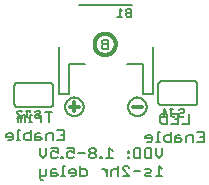
<source format=gbr>
G04 EAGLE Gerber RS-274X export*
G75*
%MOMM*%
%FSLAX34Y34*%
%LPD*%
%INSilkscreen Bottom*%
%IPPOS*%
%AMOC8*
5,1,8,0,0,1.08239X$1,22.5*%
G01*
%ADD10C,0.152400*%
%ADD11C,0.203200*%
%ADD12C,0.304800*%


D10*
X40668Y85852D02*
X40668Y94495D01*
X37787Y94495D02*
X43550Y94495D01*
X34194Y91614D02*
X34194Y85852D01*
X34194Y88733D02*
X31313Y91614D01*
X29873Y91614D01*
X26398Y91614D02*
X24958Y91614D01*
X24958Y85852D01*
X26398Y85852D02*
X23517Y85852D01*
X24958Y94495D02*
X24958Y95936D01*
X20162Y91614D02*
X20162Y85852D01*
X20162Y91614D02*
X18721Y91614D01*
X17281Y90174D01*
X17281Y85852D01*
X17281Y90174D02*
X15840Y91614D01*
X14399Y90174D01*
X14399Y85852D01*
X47922Y79255D02*
X53684Y79255D01*
X53684Y70612D01*
X47922Y70612D01*
X50803Y74934D02*
X53684Y74934D01*
X44329Y76374D02*
X44329Y70612D01*
X44329Y76374D02*
X40008Y76374D01*
X38567Y74934D01*
X38567Y70612D01*
X33533Y76374D02*
X30652Y76374D01*
X29212Y74934D01*
X29212Y70612D01*
X33533Y70612D01*
X34974Y72053D01*
X33533Y73493D01*
X29212Y73493D01*
X25619Y70612D02*
X25619Y79255D01*
X25619Y70612D02*
X21297Y70612D01*
X19857Y72053D01*
X19857Y74934D01*
X21297Y76374D01*
X25619Y76374D01*
X16264Y79255D02*
X14823Y79255D01*
X14823Y70612D01*
X13383Y70612D02*
X16264Y70612D01*
X8586Y70612D02*
X5705Y70612D01*
X8586Y70612D02*
X10027Y72053D01*
X10027Y74934D01*
X8586Y76374D01*
X5705Y76374D01*
X4265Y74934D01*
X4265Y73493D01*
X10027Y73493D01*
X159321Y84582D02*
X159321Y93225D01*
X159321Y84582D02*
X153559Y84582D01*
X149966Y93225D02*
X144203Y93225D01*
X149966Y93225D02*
X149966Y84582D01*
X144203Y84582D01*
X147084Y88904D02*
X149966Y88904D01*
X140610Y93225D02*
X140610Y84582D01*
X136289Y84582D01*
X134848Y86023D01*
X134848Y91785D01*
X136289Y93225D01*
X140610Y93225D01*
X166032Y77985D02*
X171794Y77985D01*
X171794Y69342D01*
X166032Y69342D01*
X168913Y73664D02*
X171794Y73664D01*
X162439Y75104D02*
X162439Y69342D01*
X162439Y75104D02*
X158118Y75104D01*
X156677Y73664D01*
X156677Y69342D01*
X151643Y75104D02*
X148762Y75104D01*
X147322Y73664D01*
X147322Y69342D01*
X151643Y69342D01*
X153084Y70783D01*
X151643Y72223D01*
X147322Y72223D01*
X143729Y69342D02*
X143729Y77985D01*
X143729Y69342D02*
X139407Y69342D01*
X137967Y70783D01*
X137967Y73664D01*
X139407Y75104D01*
X143729Y75104D01*
X134374Y77985D02*
X132933Y77985D01*
X132933Y69342D01*
X131493Y69342D02*
X134374Y69342D01*
X126696Y69342D02*
X123815Y69342D01*
X126696Y69342D02*
X128137Y70783D01*
X128137Y73664D01*
X126696Y75104D01*
X123815Y75104D01*
X122375Y73664D01*
X122375Y72223D01*
X128137Y72223D01*
X136850Y64015D02*
X136850Y58253D01*
X133969Y55372D01*
X131088Y58253D01*
X131088Y64015D01*
X127495Y64015D02*
X127495Y55372D01*
X123174Y55372D01*
X121733Y56813D01*
X121733Y62575D01*
X123174Y64015D01*
X127495Y64015D01*
X118140Y64015D02*
X118140Y55372D01*
X113818Y55372D01*
X112378Y56813D01*
X112378Y62575D01*
X113818Y64015D01*
X118140Y64015D01*
X108785Y61134D02*
X107344Y61134D01*
X107344Y59694D01*
X108785Y59694D01*
X108785Y61134D01*
X108785Y56813D02*
X107344Y56813D01*
X107344Y55372D01*
X108785Y55372D01*
X108785Y56813D01*
X94752Y61134D02*
X91871Y64015D01*
X91871Y55372D01*
X94752Y55372D02*
X88990Y55372D01*
X85397Y55372D02*
X85397Y56813D01*
X83956Y56813D01*
X83956Y55372D01*
X85397Y55372D01*
X80719Y62575D02*
X79279Y64015D01*
X76398Y64015D01*
X74957Y62575D01*
X74957Y61134D01*
X76398Y59694D01*
X74957Y58253D01*
X74957Y56813D01*
X76398Y55372D01*
X79279Y55372D01*
X80719Y56813D01*
X80719Y58253D01*
X79279Y59694D01*
X80719Y61134D01*
X80719Y62575D01*
X79279Y59694D02*
X76398Y59694D01*
X71364Y59694D02*
X65602Y59694D01*
X62009Y64015D02*
X56247Y64015D01*
X62009Y64015D02*
X62009Y59694D01*
X59128Y61134D01*
X57687Y61134D01*
X56247Y59694D01*
X56247Y56813D01*
X57687Y55372D01*
X60568Y55372D01*
X62009Y56813D01*
X52654Y56813D02*
X52654Y55372D01*
X52654Y56813D02*
X51213Y56813D01*
X51213Y55372D01*
X52654Y55372D01*
X47976Y64015D02*
X42214Y64015D01*
X47976Y64015D02*
X47976Y59694D01*
X45095Y61134D01*
X43654Y61134D01*
X42214Y59694D01*
X42214Y56813D01*
X43654Y55372D01*
X46536Y55372D01*
X47976Y56813D01*
X38621Y58253D02*
X38621Y64015D01*
X38621Y58253D02*
X35740Y55372D01*
X32859Y58253D01*
X32859Y64015D01*
X133969Y48775D02*
X136850Y45894D01*
X133969Y48775D02*
X133969Y40132D01*
X136850Y40132D02*
X131088Y40132D01*
X127495Y40132D02*
X123174Y40132D01*
X121733Y41573D01*
X123174Y43013D01*
X126055Y43013D01*
X127495Y44454D01*
X126055Y45894D01*
X121733Y45894D01*
X118140Y44454D02*
X112378Y44454D01*
X108785Y40132D02*
X103023Y40132D01*
X108785Y40132D02*
X103023Y45894D01*
X103023Y47335D01*
X104463Y48775D01*
X107344Y48775D01*
X108785Y47335D01*
X99430Y48775D02*
X99430Y40132D01*
X99430Y44454D02*
X97989Y45894D01*
X95108Y45894D01*
X93667Y44454D01*
X93667Y40132D01*
X90074Y40132D02*
X90074Y45894D01*
X90074Y43013D02*
X87193Y45894D01*
X85753Y45894D01*
X67161Y48775D02*
X67161Y40132D01*
X71483Y40132D01*
X72923Y41573D01*
X72923Y44454D01*
X71483Y45894D01*
X67161Y45894D01*
X62128Y40132D02*
X59246Y40132D01*
X62128Y40132D02*
X63568Y41573D01*
X63568Y44454D01*
X62128Y45894D01*
X59246Y45894D01*
X57806Y44454D01*
X57806Y43013D01*
X63568Y43013D01*
X54213Y48775D02*
X52772Y48775D01*
X52772Y40132D01*
X51332Y40132D02*
X54213Y40132D01*
X46536Y45894D02*
X43654Y45894D01*
X42214Y44454D01*
X42214Y40132D01*
X46536Y40132D01*
X47976Y41573D01*
X46536Y43013D01*
X42214Y43013D01*
X38621Y41573D02*
X38621Y45894D01*
X38621Y41573D02*
X37180Y40132D01*
X32859Y40132D01*
X32859Y38691D02*
X32859Y45894D01*
X32859Y38691D02*
X34299Y37251D01*
X35740Y37251D01*
D11*
X66400Y184940D02*
X111400Y184940D01*
X48900Y149940D02*
X48900Y109940D01*
X57400Y109940D01*
X57400Y134940D01*
X71400Y134940D01*
X106400Y134940D02*
X120400Y134940D01*
X120400Y109940D01*
X128900Y109940D01*
X128900Y149940D01*
D10*
X110363Y175387D02*
X110363Y181997D01*
X107058Y181997D01*
X105957Y180895D01*
X105957Y179793D01*
X107058Y178692D01*
X105957Y177590D01*
X105957Y176489D01*
X107058Y175387D01*
X110363Y175387D01*
X110363Y178692D02*
X107058Y178692D01*
X102879Y179793D02*
X100676Y181997D01*
X100676Y175387D01*
X102879Y175387D02*
X98472Y175387D01*
D12*
X66199Y99060D02*
X58262Y99060D01*
X62230Y103028D02*
X62230Y95092D01*
D11*
X54413Y99060D02*
X54415Y99252D01*
X54422Y99444D01*
X54434Y99635D01*
X54451Y99826D01*
X54472Y100017D01*
X54498Y100207D01*
X54528Y100396D01*
X54563Y100585D01*
X54603Y100773D01*
X54647Y100959D01*
X54696Y101145D01*
X54750Y101329D01*
X54808Y101512D01*
X54870Y101693D01*
X54937Y101873D01*
X55008Y102051D01*
X55084Y102228D01*
X55164Y102402D01*
X55248Y102575D01*
X55336Y102745D01*
X55429Y102913D01*
X55525Y103079D01*
X55626Y103242D01*
X55730Y103403D01*
X55839Y103561D01*
X55951Y103717D01*
X56067Y103869D01*
X56187Y104019D01*
X56311Y104166D01*
X56438Y104310D01*
X56569Y104450D01*
X56703Y104587D01*
X56840Y104721D01*
X56980Y104852D01*
X57124Y104979D01*
X57271Y105103D01*
X57421Y105223D01*
X57573Y105339D01*
X57729Y105451D01*
X57887Y105560D01*
X58048Y105664D01*
X58211Y105765D01*
X58377Y105861D01*
X58545Y105954D01*
X58715Y106042D01*
X58888Y106126D01*
X59062Y106206D01*
X59239Y106282D01*
X59417Y106353D01*
X59597Y106420D01*
X59778Y106482D01*
X59961Y106540D01*
X60145Y106594D01*
X60331Y106643D01*
X60517Y106687D01*
X60705Y106727D01*
X60894Y106762D01*
X61083Y106792D01*
X61273Y106818D01*
X61464Y106839D01*
X61655Y106856D01*
X61846Y106868D01*
X62038Y106875D01*
X62230Y106877D01*
X62422Y106875D01*
X62614Y106868D01*
X62805Y106856D01*
X62996Y106839D01*
X63187Y106818D01*
X63377Y106792D01*
X63566Y106762D01*
X63755Y106727D01*
X63943Y106687D01*
X64129Y106643D01*
X64315Y106594D01*
X64499Y106540D01*
X64682Y106482D01*
X64863Y106420D01*
X65043Y106353D01*
X65221Y106282D01*
X65398Y106206D01*
X65572Y106126D01*
X65745Y106042D01*
X65915Y105954D01*
X66083Y105861D01*
X66249Y105765D01*
X66412Y105664D01*
X66573Y105560D01*
X66731Y105451D01*
X66887Y105339D01*
X67039Y105223D01*
X67189Y105103D01*
X67336Y104979D01*
X67480Y104852D01*
X67620Y104721D01*
X67757Y104587D01*
X67891Y104450D01*
X68022Y104310D01*
X68149Y104166D01*
X68273Y104019D01*
X68393Y103869D01*
X68509Y103717D01*
X68621Y103561D01*
X68730Y103403D01*
X68834Y103242D01*
X68935Y103079D01*
X69031Y102913D01*
X69124Y102745D01*
X69212Y102575D01*
X69296Y102402D01*
X69376Y102228D01*
X69452Y102051D01*
X69523Y101873D01*
X69590Y101693D01*
X69652Y101512D01*
X69710Y101329D01*
X69764Y101145D01*
X69813Y100959D01*
X69857Y100773D01*
X69897Y100585D01*
X69932Y100396D01*
X69962Y100207D01*
X69988Y100017D01*
X70009Y99826D01*
X70026Y99635D01*
X70038Y99444D01*
X70045Y99252D01*
X70047Y99060D01*
X70045Y98868D01*
X70038Y98676D01*
X70026Y98485D01*
X70009Y98294D01*
X69988Y98103D01*
X69962Y97913D01*
X69932Y97724D01*
X69897Y97535D01*
X69857Y97347D01*
X69813Y97161D01*
X69764Y96975D01*
X69710Y96791D01*
X69652Y96608D01*
X69590Y96427D01*
X69523Y96247D01*
X69452Y96069D01*
X69376Y95892D01*
X69296Y95718D01*
X69212Y95545D01*
X69124Y95375D01*
X69031Y95207D01*
X68935Y95041D01*
X68834Y94878D01*
X68730Y94717D01*
X68621Y94559D01*
X68509Y94403D01*
X68393Y94251D01*
X68273Y94101D01*
X68149Y93954D01*
X68022Y93810D01*
X67891Y93670D01*
X67757Y93533D01*
X67620Y93399D01*
X67480Y93268D01*
X67336Y93141D01*
X67189Y93017D01*
X67039Y92897D01*
X66887Y92781D01*
X66731Y92669D01*
X66573Y92560D01*
X66412Y92456D01*
X66249Y92355D01*
X66083Y92259D01*
X65915Y92166D01*
X65745Y92078D01*
X65572Y91994D01*
X65398Y91914D01*
X65221Y91838D01*
X65043Y91767D01*
X64863Y91700D01*
X64682Y91638D01*
X64499Y91580D01*
X64315Y91526D01*
X64129Y91477D01*
X63943Y91433D01*
X63755Y91393D01*
X63566Y91358D01*
X63377Y91328D01*
X63187Y91302D01*
X62996Y91281D01*
X62805Y91264D01*
X62614Y91252D01*
X62422Y91245D01*
X62230Y91243D01*
X62038Y91245D01*
X61846Y91252D01*
X61655Y91264D01*
X61464Y91281D01*
X61273Y91302D01*
X61083Y91328D01*
X60894Y91358D01*
X60705Y91393D01*
X60517Y91433D01*
X60331Y91477D01*
X60145Y91526D01*
X59961Y91580D01*
X59778Y91638D01*
X59597Y91700D01*
X59417Y91767D01*
X59239Y91838D01*
X59062Y91914D01*
X58888Y91994D01*
X58715Y92078D01*
X58545Y92166D01*
X58377Y92259D01*
X58211Y92355D01*
X58048Y92456D01*
X57887Y92560D01*
X57729Y92669D01*
X57573Y92781D01*
X57421Y92897D01*
X57271Y93017D01*
X57124Y93141D01*
X56980Y93268D01*
X56840Y93399D01*
X56703Y93533D01*
X56569Y93670D01*
X56438Y93810D01*
X56311Y93954D01*
X56187Y94101D01*
X56067Y94251D01*
X55951Y94403D01*
X55839Y94559D01*
X55730Y94717D01*
X55626Y94878D01*
X55525Y95041D01*
X55429Y95207D01*
X55336Y95375D01*
X55248Y95545D01*
X55164Y95718D01*
X55084Y95892D01*
X55008Y96069D01*
X54937Y96247D01*
X54870Y96427D01*
X54808Y96608D01*
X54750Y96791D01*
X54696Y96975D01*
X54647Y97161D01*
X54603Y97347D01*
X54563Y97535D01*
X54528Y97724D01*
X54498Y97913D01*
X54472Y98103D01*
X54451Y98294D01*
X54434Y98485D01*
X54422Y98676D01*
X54415Y98868D01*
X54413Y99060D01*
D12*
X111602Y99060D02*
X119539Y99060D01*
D11*
X107753Y99060D02*
X107755Y99252D01*
X107762Y99444D01*
X107774Y99635D01*
X107791Y99826D01*
X107812Y100017D01*
X107838Y100207D01*
X107868Y100396D01*
X107903Y100585D01*
X107943Y100773D01*
X107987Y100959D01*
X108036Y101145D01*
X108090Y101329D01*
X108148Y101512D01*
X108210Y101693D01*
X108277Y101873D01*
X108348Y102051D01*
X108424Y102228D01*
X108504Y102402D01*
X108588Y102575D01*
X108676Y102745D01*
X108769Y102913D01*
X108865Y103079D01*
X108966Y103242D01*
X109070Y103403D01*
X109179Y103561D01*
X109291Y103717D01*
X109407Y103869D01*
X109527Y104019D01*
X109651Y104166D01*
X109778Y104310D01*
X109909Y104450D01*
X110043Y104587D01*
X110180Y104721D01*
X110320Y104852D01*
X110464Y104979D01*
X110611Y105103D01*
X110761Y105223D01*
X110913Y105339D01*
X111069Y105451D01*
X111227Y105560D01*
X111388Y105664D01*
X111551Y105765D01*
X111717Y105861D01*
X111885Y105954D01*
X112055Y106042D01*
X112228Y106126D01*
X112402Y106206D01*
X112579Y106282D01*
X112757Y106353D01*
X112937Y106420D01*
X113118Y106482D01*
X113301Y106540D01*
X113485Y106594D01*
X113671Y106643D01*
X113857Y106687D01*
X114045Y106727D01*
X114234Y106762D01*
X114423Y106792D01*
X114613Y106818D01*
X114804Y106839D01*
X114995Y106856D01*
X115186Y106868D01*
X115378Y106875D01*
X115570Y106877D01*
X115762Y106875D01*
X115954Y106868D01*
X116145Y106856D01*
X116336Y106839D01*
X116527Y106818D01*
X116717Y106792D01*
X116906Y106762D01*
X117095Y106727D01*
X117283Y106687D01*
X117469Y106643D01*
X117655Y106594D01*
X117839Y106540D01*
X118022Y106482D01*
X118203Y106420D01*
X118383Y106353D01*
X118561Y106282D01*
X118738Y106206D01*
X118912Y106126D01*
X119085Y106042D01*
X119255Y105954D01*
X119423Y105861D01*
X119589Y105765D01*
X119752Y105664D01*
X119913Y105560D01*
X120071Y105451D01*
X120227Y105339D01*
X120379Y105223D01*
X120529Y105103D01*
X120676Y104979D01*
X120820Y104852D01*
X120960Y104721D01*
X121097Y104587D01*
X121231Y104450D01*
X121362Y104310D01*
X121489Y104166D01*
X121613Y104019D01*
X121733Y103869D01*
X121849Y103717D01*
X121961Y103561D01*
X122070Y103403D01*
X122174Y103242D01*
X122275Y103079D01*
X122371Y102913D01*
X122464Y102745D01*
X122552Y102575D01*
X122636Y102402D01*
X122716Y102228D01*
X122792Y102051D01*
X122863Y101873D01*
X122930Y101693D01*
X122992Y101512D01*
X123050Y101329D01*
X123104Y101145D01*
X123153Y100959D01*
X123197Y100773D01*
X123237Y100585D01*
X123272Y100396D01*
X123302Y100207D01*
X123328Y100017D01*
X123349Y99826D01*
X123366Y99635D01*
X123378Y99444D01*
X123385Y99252D01*
X123387Y99060D01*
X123385Y98868D01*
X123378Y98676D01*
X123366Y98485D01*
X123349Y98294D01*
X123328Y98103D01*
X123302Y97913D01*
X123272Y97724D01*
X123237Y97535D01*
X123197Y97347D01*
X123153Y97161D01*
X123104Y96975D01*
X123050Y96791D01*
X122992Y96608D01*
X122930Y96427D01*
X122863Y96247D01*
X122792Y96069D01*
X122716Y95892D01*
X122636Y95718D01*
X122552Y95545D01*
X122464Y95375D01*
X122371Y95207D01*
X122275Y95041D01*
X122174Y94878D01*
X122070Y94717D01*
X121961Y94559D01*
X121849Y94403D01*
X121733Y94251D01*
X121613Y94101D01*
X121489Y93954D01*
X121362Y93810D01*
X121231Y93670D01*
X121097Y93533D01*
X120960Y93399D01*
X120820Y93268D01*
X120676Y93141D01*
X120529Y93017D01*
X120379Y92897D01*
X120227Y92781D01*
X120071Y92669D01*
X119913Y92560D01*
X119752Y92456D01*
X119589Y92355D01*
X119423Y92259D01*
X119255Y92166D01*
X119085Y92078D01*
X118912Y91994D01*
X118738Y91914D01*
X118561Y91838D01*
X118383Y91767D01*
X118203Y91700D01*
X118022Y91638D01*
X117839Y91580D01*
X117655Y91526D01*
X117469Y91477D01*
X117283Y91433D01*
X117095Y91393D01*
X116906Y91358D01*
X116717Y91328D01*
X116527Y91302D01*
X116336Y91281D01*
X116145Y91264D01*
X115954Y91252D01*
X115762Y91245D01*
X115570Y91243D01*
X115378Y91245D01*
X115186Y91252D01*
X114995Y91264D01*
X114804Y91281D01*
X114613Y91302D01*
X114423Y91328D01*
X114234Y91358D01*
X114045Y91393D01*
X113857Y91433D01*
X113671Y91477D01*
X113485Y91526D01*
X113301Y91580D01*
X113118Y91638D01*
X112937Y91700D01*
X112757Y91767D01*
X112579Y91838D01*
X112402Y91914D01*
X112228Y91994D01*
X112055Y92078D01*
X111885Y92166D01*
X111717Y92259D01*
X111551Y92355D01*
X111388Y92456D01*
X111227Y92560D01*
X111069Y92669D01*
X110913Y92781D01*
X110761Y92897D01*
X110611Y93017D01*
X110464Y93141D01*
X110320Y93268D01*
X110180Y93399D01*
X110043Y93533D01*
X109909Y93670D01*
X109778Y93810D01*
X109651Y93954D01*
X109527Y94101D01*
X109407Y94251D01*
X109291Y94403D01*
X109179Y94559D01*
X109070Y94717D01*
X108966Y94878D01*
X108865Y95041D01*
X108769Y95207D01*
X108676Y95375D01*
X108588Y95545D01*
X108504Y95718D01*
X108424Y95892D01*
X108348Y96069D01*
X108277Y96247D01*
X108210Y96427D01*
X108148Y96608D01*
X108090Y96791D01*
X108036Y96975D01*
X107987Y97161D01*
X107943Y97347D01*
X107903Y97535D01*
X107868Y97724D01*
X107838Y97913D01*
X107812Y98103D01*
X107791Y98294D01*
X107774Y98485D01*
X107762Y98676D01*
X107755Y98868D01*
X107753Y99060D01*
X41910Y119380D02*
X13970Y119380D01*
X41910Y99060D02*
X42010Y99062D01*
X42109Y99068D01*
X42209Y99078D01*
X42307Y99091D01*
X42406Y99109D01*
X42503Y99130D01*
X42599Y99155D01*
X42695Y99184D01*
X42789Y99217D01*
X42882Y99253D01*
X42973Y99293D01*
X43063Y99337D01*
X43151Y99384D01*
X43237Y99434D01*
X43321Y99488D01*
X43403Y99545D01*
X43482Y99605D01*
X43560Y99669D01*
X43634Y99735D01*
X43706Y99804D01*
X43775Y99876D01*
X43841Y99950D01*
X43905Y100028D01*
X43965Y100107D01*
X44022Y100189D01*
X44076Y100273D01*
X44126Y100359D01*
X44173Y100447D01*
X44217Y100537D01*
X44257Y100628D01*
X44293Y100721D01*
X44326Y100815D01*
X44355Y100911D01*
X44380Y101007D01*
X44401Y101104D01*
X44419Y101203D01*
X44432Y101301D01*
X44442Y101401D01*
X44448Y101500D01*
X44450Y101600D01*
X13970Y99060D02*
X13870Y99062D01*
X13771Y99068D01*
X13671Y99078D01*
X13573Y99091D01*
X13474Y99109D01*
X13377Y99130D01*
X13281Y99155D01*
X13185Y99184D01*
X13091Y99217D01*
X12998Y99253D01*
X12907Y99293D01*
X12817Y99337D01*
X12729Y99384D01*
X12643Y99434D01*
X12559Y99488D01*
X12477Y99545D01*
X12398Y99605D01*
X12320Y99669D01*
X12246Y99735D01*
X12174Y99804D01*
X12105Y99876D01*
X12039Y99950D01*
X11975Y100028D01*
X11915Y100107D01*
X11858Y100189D01*
X11804Y100273D01*
X11754Y100359D01*
X11707Y100447D01*
X11663Y100537D01*
X11623Y100628D01*
X11587Y100721D01*
X11554Y100815D01*
X11525Y100911D01*
X11500Y101007D01*
X11479Y101104D01*
X11461Y101203D01*
X11448Y101301D01*
X11438Y101401D01*
X11432Y101500D01*
X11430Y101600D01*
X11430Y116840D02*
X11432Y116940D01*
X11438Y117039D01*
X11448Y117139D01*
X11461Y117237D01*
X11479Y117336D01*
X11500Y117433D01*
X11525Y117529D01*
X11554Y117625D01*
X11587Y117719D01*
X11623Y117812D01*
X11663Y117903D01*
X11707Y117993D01*
X11754Y118081D01*
X11804Y118167D01*
X11858Y118251D01*
X11915Y118333D01*
X11975Y118412D01*
X12039Y118490D01*
X12105Y118564D01*
X12174Y118636D01*
X12246Y118705D01*
X12320Y118771D01*
X12398Y118835D01*
X12477Y118895D01*
X12559Y118952D01*
X12643Y119006D01*
X12729Y119056D01*
X12817Y119103D01*
X12907Y119147D01*
X12998Y119187D01*
X13091Y119223D01*
X13185Y119256D01*
X13281Y119285D01*
X13377Y119310D01*
X13474Y119331D01*
X13573Y119349D01*
X13671Y119362D01*
X13771Y119372D01*
X13870Y119378D01*
X13970Y119380D01*
X41910Y119380D02*
X42010Y119378D01*
X42109Y119372D01*
X42209Y119362D01*
X42307Y119349D01*
X42406Y119331D01*
X42503Y119310D01*
X42599Y119285D01*
X42695Y119256D01*
X42789Y119223D01*
X42882Y119187D01*
X42973Y119147D01*
X43063Y119103D01*
X43151Y119056D01*
X43237Y119006D01*
X43321Y118952D01*
X43403Y118895D01*
X43482Y118835D01*
X43560Y118771D01*
X43634Y118705D01*
X43706Y118636D01*
X43775Y118564D01*
X43841Y118490D01*
X43905Y118412D01*
X43965Y118333D01*
X44022Y118251D01*
X44076Y118167D01*
X44126Y118081D01*
X44173Y117993D01*
X44217Y117903D01*
X44257Y117812D01*
X44293Y117719D01*
X44326Y117625D01*
X44355Y117529D01*
X44380Y117433D01*
X44401Y117336D01*
X44419Y117237D01*
X44432Y117139D01*
X44442Y117039D01*
X44448Y116940D01*
X44450Y116840D01*
X44450Y101600D01*
X11430Y101600D02*
X11430Y116840D01*
X13970Y99060D02*
X41910Y99060D01*
D10*
X29816Y95764D02*
X28714Y94662D01*
X29816Y95764D02*
X32019Y95764D01*
X33120Y94662D01*
X33120Y93560D01*
X32019Y92459D01*
X29816Y92459D01*
X28714Y91357D01*
X28714Y90256D01*
X29816Y89154D01*
X32019Y89154D01*
X33120Y90256D01*
X25636Y90256D02*
X24535Y89154D01*
X23433Y89154D01*
X22332Y90256D01*
X22332Y95764D01*
X23433Y95764D02*
X21230Y95764D01*
X18152Y89154D02*
X13746Y89154D01*
X18152Y89154D02*
X13746Y93560D01*
X13746Y94662D01*
X14847Y95764D01*
X17051Y95764D01*
X18152Y94662D01*
D11*
X135890Y120650D02*
X163830Y120650D01*
X166370Y102870D02*
X166368Y102770D01*
X166362Y102671D01*
X166352Y102571D01*
X166339Y102473D01*
X166321Y102374D01*
X166300Y102277D01*
X166275Y102181D01*
X166246Y102085D01*
X166213Y101991D01*
X166177Y101898D01*
X166137Y101807D01*
X166093Y101717D01*
X166046Y101629D01*
X165996Y101543D01*
X165942Y101459D01*
X165885Y101377D01*
X165825Y101298D01*
X165761Y101220D01*
X165695Y101146D01*
X165626Y101074D01*
X165554Y101005D01*
X165480Y100939D01*
X165402Y100875D01*
X165323Y100815D01*
X165241Y100758D01*
X165157Y100704D01*
X165071Y100654D01*
X164983Y100607D01*
X164893Y100563D01*
X164802Y100523D01*
X164709Y100487D01*
X164615Y100454D01*
X164519Y100425D01*
X164423Y100400D01*
X164326Y100379D01*
X164227Y100361D01*
X164129Y100348D01*
X164029Y100338D01*
X163930Y100332D01*
X163830Y100330D01*
X135890Y100330D02*
X135790Y100332D01*
X135691Y100338D01*
X135591Y100348D01*
X135493Y100361D01*
X135394Y100379D01*
X135297Y100400D01*
X135201Y100425D01*
X135105Y100454D01*
X135011Y100487D01*
X134918Y100523D01*
X134827Y100563D01*
X134737Y100607D01*
X134649Y100654D01*
X134563Y100704D01*
X134479Y100758D01*
X134397Y100815D01*
X134318Y100875D01*
X134240Y100939D01*
X134166Y101005D01*
X134094Y101074D01*
X134025Y101146D01*
X133959Y101220D01*
X133895Y101298D01*
X133835Y101377D01*
X133778Y101459D01*
X133724Y101543D01*
X133674Y101629D01*
X133627Y101717D01*
X133583Y101807D01*
X133543Y101898D01*
X133507Y101991D01*
X133474Y102085D01*
X133445Y102181D01*
X133420Y102277D01*
X133399Y102374D01*
X133381Y102473D01*
X133368Y102571D01*
X133358Y102671D01*
X133352Y102770D01*
X133350Y102870D01*
X133350Y118110D02*
X133352Y118210D01*
X133358Y118309D01*
X133368Y118409D01*
X133381Y118507D01*
X133399Y118606D01*
X133420Y118703D01*
X133445Y118799D01*
X133474Y118895D01*
X133507Y118989D01*
X133543Y119082D01*
X133583Y119173D01*
X133627Y119263D01*
X133674Y119351D01*
X133724Y119437D01*
X133778Y119521D01*
X133835Y119603D01*
X133895Y119682D01*
X133959Y119760D01*
X134025Y119834D01*
X134094Y119906D01*
X134166Y119975D01*
X134240Y120041D01*
X134318Y120105D01*
X134397Y120165D01*
X134479Y120222D01*
X134563Y120276D01*
X134649Y120326D01*
X134737Y120373D01*
X134827Y120417D01*
X134918Y120457D01*
X135011Y120493D01*
X135105Y120526D01*
X135201Y120555D01*
X135297Y120580D01*
X135394Y120601D01*
X135493Y120619D01*
X135591Y120632D01*
X135691Y120642D01*
X135790Y120648D01*
X135890Y120650D01*
X163830Y120650D02*
X163930Y120648D01*
X164029Y120642D01*
X164129Y120632D01*
X164227Y120619D01*
X164326Y120601D01*
X164423Y120580D01*
X164519Y120555D01*
X164615Y120526D01*
X164709Y120493D01*
X164802Y120457D01*
X164893Y120417D01*
X164983Y120373D01*
X165071Y120326D01*
X165157Y120276D01*
X165241Y120222D01*
X165323Y120165D01*
X165402Y120105D01*
X165480Y120041D01*
X165554Y119975D01*
X165626Y119906D01*
X165695Y119834D01*
X165761Y119760D01*
X165825Y119682D01*
X165885Y119603D01*
X165942Y119521D01*
X165996Y119437D01*
X166046Y119351D01*
X166093Y119263D01*
X166137Y119173D01*
X166177Y119082D01*
X166213Y118989D01*
X166246Y118895D01*
X166275Y118799D01*
X166300Y118703D01*
X166321Y118606D01*
X166339Y118507D01*
X166352Y118409D01*
X166362Y118309D01*
X166368Y118210D01*
X166370Y118110D01*
X166370Y102870D01*
X133350Y102870D02*
X133350Y118110D01*
X135890Y100330D02*
X163830Y100330D01*
D10*
X151736Y97034D02*
X150634Y95932D01*
X151736Y97034D02*
X153939Y97034D01*
X155040Y95932D01*
X155040Y94830D01*
X153939Y93729D01*
X151736Y93729D01*
X150634Y92627D01*
X150634Y91526D01*
X151736Y90424D01*
X153939Y90424D01*
X155040Y91526D01*
X147556Y91526D02*
X146455Y90424D01*
X145353Y90424D01*
X144252Y91526D01*
X144252Y97034D01*
X145353Y97034D02*
X143150Y97034D01*
X140072Y94830D02*
X137869Y97034D01*
X137869Y90424D01*
X140072Y90424D02*
X135666Y90424D01*
D12*
X79285Y151765D02*
X79288Y151985D01*
X79296Y152206D01*
X79309Y152426D01*
X79328Y152645D01*
X79353Y152864D01*
X79382Y153083D01*
X79417Y153300D01*
X79458Y153517D01*
X79503Y153733D01*
X79554Y153947D01*
X79610Y154160D01*
X79672Y154372D01*
X79738Y154582D01*
X79810Y154790D01*
X79887Y154997D01*
X79969Y155201D01*
X80055Y155404D01*
X80147Y155604D01*
X80244Y155803D01*
X80345Y155998D01*
X80452Y156191D01*
X80563Y156382D01*
X80678Y156569D01*
X80798Y156754D01*
X80923Y156936D01*
X81052Y157114D01*
X81186Y157290D01*
X81323Y157462D01*
X81465Y157630D01*
X81611Y157796D01*
X81761Y157957D01*
X81915Y158115D01*
X82073Y158269D01*
X82234Y158419D01*
X82400Y158565D01*
X82568Y158707D01*
X82740Y158844D01*
X82916Y158978D01*
X83094Y159107D01*
X83276Y159232D01*
X83461Y159352D01*
X83648Y159467D01*
X83839Y159578D01*
X84032Y159685D01*
X84227Y159786D01*
X84426Y159883D01*
X84626Y159975D01*
X84829Y160061D01*
X85033Y160143D01*
X85240Y160220D01*
X85448Y160292D01*
X85658Y160358D01*
X85870Y160420D01*
X86083Y160476D01*
X86297Y160527D01*
X86513Y160572D01*
X86730Y160613D01*
X86947Y160648D01*
X87166Y160677D01*
X87385Y160702D01*
X87604Y160721D01*
X87824Y160734D01*
X88045Y160742D01*
X88265Y160745D01*
X88485Y160742D01*
X88706Y160734D01*
X88926Y160721D01*
X89145Y160702D01*
X89364Y160677D01*
X89583Y160648D01*
X89800Y160613D01*
X90017Y160572D01*
X90233Y160527D01*
X90447Y160476D01*
X90660Y160420D01*
X90872Y160358D01*
X91082Y160292D01*
X91290Y160220D01*
X91497Y160143D01*
X91701Y160061D01*
X91904Y159975D01*
X92104Y159883D01*
X92303Y159786D01*
X92498Y159685D01*
X92691Y159578D01*
X92882Y159467D01*
X93069Y159352D01*
X93254Y159232D01*
X93436Y159107D01*
X93614Y158978D01*
X93790Y158844D01*
X93962Y158707D01*
X94130Y158565D01*
X94296Y158419D01*
X94457Y158269D01*
X94615Y158115D01*
X94769Y157957D01*
X94919Y157796D01*
X95065Y157630D01*
X95207Y157462D01*
X95344Y157290D01*
X95478Y157114D01*
X95607Y156936D01*
X95732Y156754D01*
X95852Y156569D01*
X95967Y156382D01*
X96078Y156191D01*
X96185Y155998D01*
X96286Y155803D01*
X96383Y155604D01*
X96475Y155404D01*
X96561Y155201D01*
X96643Y154997D01*
X96720Y154790D01*
X96792Y154582D01*
X96858Y154372D01*
X96920Y154160D01*
X96976Y153947D01*
X97027Y153733D01*
X97072Y153517D01*
X97113Y153300D01*
X97148Y153083D01*
X97177Y152864D01*
X97202Y152645D01*
X97221Y152426D01*
X97234Y152206D01*
X97242Y151985D01*
X97245Y151765D01*
X97242Y151545D01*
X97234Y151324D01*
X97221Y151104D01*
X97202Y150885D01*
X97177Y150666D01*
X97148Y150447D01*
X97113Y150230D01*
X97072Y150013D01*
X97027Y149797D01*
X96976Y149583D01*
X96920Y149370D01*
X96858Y149158D01*
X96792Y148948D01*
X96720Y148740D01*
X96643Y148533D01*
X96561Y148329D01*
X96475Y148126D01*
X96383Y147926D01*
X96286Y147727D01*
X96185Y147532D01*
X96078Y147339D01*
X95967Y147148D01*
X95852Y146961D01*
X95732Y146776D01*
X95607Y146594D01*
X95478Y146416D01*
X95344Y146240D01*
X95207Y146068D01*
X95065Y145900D01*
X94919Y145734D01*
X94769Y145573D01*
X94615Y145415D01*
X94457Y145261D01*
X94296Y145111D01*
X94130Y144965D01*
X93962Y144823D01*
X93790Y144686D01*
X93614Y144552D01*
X93436Y144423D01*
X93254Y144298D01*
X93069Y144178D01*
X92882Y144063D01*
X92691Y143952D01*
X92498Y143845D01*
X92303Y143744D01*
X92104Y143647D01*
X91904Y143555D01*
X91701Y143469D01*
X91497Y143387D01*
X91290Y143310D01*
X91082Y143238D01*
X90872Y143172D01*
X90660Y143110D01*
X90447Y143054D01*
X90233Y143003D01*
X90017Y142958D01*
X89800Y142917D01*
X89583Y142882D01*
X89364Y142853D01*
X89145Y142828D01*
X88926Y142809D01*
X88706Y142796D01*
X88485Y142788D01*
X88265Y142785D01*
X88045Y142788D01*
X87824Y142796D01*
X87604Y142809D01*
X87385Y142828D01*
X87166Y142853D01*
X86947Y142882D01*
X86730Y142917D01*
X86513Y142958D01*
X86297Y143003D01*
X86083Y143054D01*
X85870Y143110D01*
X85658Y143172D01*
X85448Y143238D01*
X85240Y143310D01*
X85033Y143387D01*
X84829Y143469D01*
X84626Y143555D01*
X84426Y143647D01*
X84227Y143744D01*
X84032Y143845D01*
X83839Y143952D01*
X83648Y144063D01*
X83461Y144178D01*
X83276Y144298D01*
X83094Y144423D01*
X82916Y144552D01*
X82740Y144686D01*
X82568Y144823D01*
X82400Y144965D01*
X82234Y145111D01*
X82073Y145261D01*
X81915Y145415D01*
X81761Y145573D01*
X81611Y145734D01*
X81465Y145900D01*
X81323Y146068D01*
X81186Y146240D01*
X81052Y146416D01*
X80923Y146594D01*
X80798Y146776D01*
X80678Y146961D01*
X80563Y147148D01*
X80452Y147339D01*
X80345Y147532D01*
X80244Y147727D01*
X80147Y147926D01*
X80055Y148126D01*
X79969Y148329D01*
X79887Y148533D01*
X79810Y148740D01*
X79738Y148948D01*
X79672Y149158D01*
X79610Y149370D01*
X79554Y149583D01*
X79503Y149797D01*
X79458Y150013D01*
X79417Y150230D01*
X79382Y150447D01*
X79353Y150666D01*
X79328Y150885D01*
X79309Y151104D01*
X79296Y151324D01*
X79288Y151545D01*
X79285Y151765D01*
D11*
X90805Y147701D02*
X90805Y155836D01*
X86738Y155836D01*
X85382Y154480D01*
X85382Y153124D01*
X86738Y151768D01*
X85382Y150413D01*
X85382Y149057D01*
X86738Y147701D01*
X90805Y147701D01*
X90805Y151768D02*
X86738Y151768D01*
M02*

</source>
